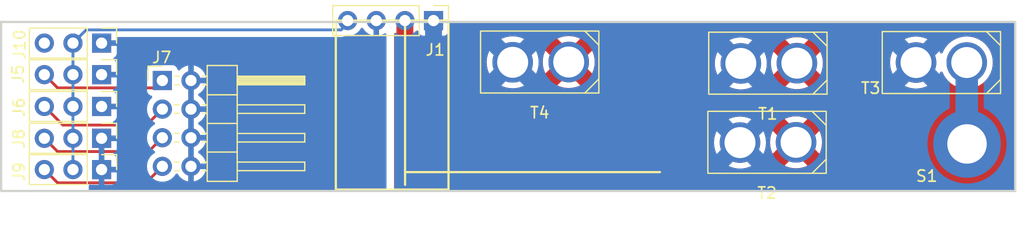
<source format=kicad_pcb>
(kicad_pcb (version 20221018) (generator pcbnew)
  (layers (0 "F.Cu" signal) (31 "B.Cu" signal) (34 "B.Paste" user) (35 "F.Paste" user) (36 "B.SilkS" user "B.Silkscreen") (37 "F.SilkS" user "F.Silkscreen") (38 "B.Mask" user) (39 "F.Mask" user) (44 "Edge.Cuts" user))
  (net 0 "")
  (net 1 "Net-(J1-Pin_1)")
  (net 2 "Net-(J1-Pin_2)")
  (net 3 "Net-(T3--)")
  (net 4 "Net-(J1-Pin_3)")
  (net 5 "Net-(J1-Pin_4)")
  (net 6 "Net-(J5-Pin_3)")
  (net 7 "Net-(J6-Pin_3)")
  (net 8 "Net-(J7-Pin_5)")
  (net 9 "Net-(J7-Pin_7)")
  (footprint "XT-Connectors:XT30" (layer "F.Cu") (at 181.775 67.68)
    (fp_text reference "T2" (at 0 -0.5 unlocked) (layer "F.SilkS"))
    (fp_text value "PWR_D2")
    (fp_line (start 4 -7.75) (end 5.25 -6.5) (stroke (width 0.12)) (layer "F.SilkS"))
    (fp_line (start 4 -2.25) (end 5.25 -3.5) (stroke (width 0.12)) (layer "F.SilkS"))
    (fp_rect (start 5.25 -2.25) (end -5.25 -7.75) (stroke (width 0.12)) (fill none) (layer "F.SilkS"))
    (pad "1" thru_hole circle (at -2.4 -4.975) (size 3.6 3.6) (drill 2.75) (layers "*.Cu" "*.Mask") (net 1 "Net-(J1-Pin_1)"))
    (pad "2" thru_hole circle (at 2.575 -5) (size 3.6 3.6) (drill 2.75) (layers "*.Cu" "*.Mask") (net 2 "Net-(J1-Pin_2)"))
  )
  (footprint "Connector_PinHeader_2.54mm:PinHeader_1x03_P2.54mm_Vertical" (layer "F.Cu") (at 122.715 59.5 -90)
    (fp_text reference "J6" (at 0.075 7.34 90) (layer "F.SilkS"))
    (fp_text value "Ch2")
    (fp_line (start -1.33 -1.33) (end 0 -1.33) (stroke (width 0.12)) (layer "F.SilkS"))
    (fp_line (start -1.33 0) (end -1.33 -1.33) (stroke (width 0.12)) (layer "F.SilkS"))
    (fp_line (start -1.33 1.27) (end -1.33 6.41) (stroke (width 0.12)) (layer "F.SilkS"))
    (fp_line (start -1.33 1.27) (end 1.33 1.27) (stroke (width 0.12)) (layer "F.SilkS"))
    (fp_line (start -1.33 6.41) (end 1.33 6.41) (stroke (width 0.12)) (layer "F.SilkS"))
    (fp_line (start 1.33 1.27) (end 1.33 6.41) (stroke (width 0.12)) (layer "F.SilkS"))
    (pad "1" thru_hole rect (at 0 0 270) (size 1.7 1.7) (drill 1) (layers "*.Cu" "*.Mask") (net 4 "Net-(J1-Pin_3)"))
    (pad "2" thru_hole oval (at 0 2.54 270) (size 1.7 1.7) (drill 1) (layers "*.Cu" "*.Mask") (net 5 "Net-(J1-Pin_4)"))
    (pad "3" thru_hole oval (at 0 5.08 270) (size 1.7 1.7) (drill 1) (layers "*.Cu" "*.Mask") (net 7 "Net-(J6-Pin_3)"))
  )
  (footprint "XT-Connectors:XT30" (layer "F.Cu") (at 197.25 60.6)
    (fp_text reference "T3" (at -6.275 -2.725 unlocked) (layer "F.SilkS"))
    (fp_text value "PWR_IN")
    (fp_line (start 4 -7.75) (end 5.25 -6.5) (stroke (width 0.12)) (layer "F.SilkS"))
    (fp_line (start 4 -2.25) (end 5.25 -3.5) (stroke (width 0.12)) (layer "F.SilkS"))
    (fp_rect (start 5.25 -2.25) (end -5.25 -7.75) (stroke (width 0.12)) (fill none) (layer "F.SilkS"))
    (pad "1" thru_hole circle (at -2.25 -5) (size 3.6 3.6) (drill 2.75) (layers "*.Cu" "*.Mask") (net 1 "Net-(J1-Pin_1)"))
    (pad "2" thru_hole circle (at 2.25 -5) (size 3.6 3.6) (drill 2.75) (layers "*.Cu" "*.Mask") (net 3 "Net-(T3--)"))
  )
  (footprint "Connector_PinHeader_2.54mm:PinHeader_1x04_P2.54mm_Vertical" (layer "F.Cu") (at 152.175 51.875 -90)
    (fp_text reference "J1" (at 2.6 -0.15 -180) (layer "F.SilkS"))
    (fp_text value "BEC")
    (fp_line (start -1.33 -1.33) (end 0 -1.33) (stroke (width 0.12)) (layer "F.SilkS"))
    (fp_line (start -1.33 0) (end -1.33 -1.33) (stroke (width 0.12)) (layer "F.SilkS"))
    (fp_line (start -1.33 1.27) (end -1.33 8.95) (stroke (width 0.12)) (layer "F.SilkS"))
    (fp_line (start -1.33 1.27) (end 1.33 1.27) (stroke (width 0.12)) (layer "F.SilkS"))
    (fp_line (start -1.33 8.95) (end 1.33 8.95) (stroke (width 0.12)) (layer "F.SilkS"))
    (fp_line (start 1.33 1.27) (end 1.33 8.95) (stroke (width 0.12)) (layer "F.SilkS"))
    (pad "1" thru_hole rect (at 0 0 270) (size 1.7 1.7) (drill 1) (layers "*.Cu" "*.Mask") (net 1 "Net-(J1-Pin_1)"))
    (pad "2" thru_hole oval (at 0 2.54 270) (size 1.7 1.7) (drill 1) (layers "*.Cu" "*.Mask") (net 2 "Net-(J1-Pin_2)"))
    (pad "3" thru_hole oval (at 0 5.08 270) (size 1.7 1.7) (drill 1) (layers "*.Cu" "*.Mask") (net 4 "Net-(J1-Pin_3)"))
    (pad "4" thru_hole oval (at 0 7.62 270) (size 1.7 1.7) (drill 1) (layers "*.Cu" "*.Mask") (net 5 "Net-(J1-Pin_4)"))
  )
  (footprint "XT-Connectors:Screw_Switch_Pad" (layer "F.Cu") (at 199.525 62.825)
    (fp_text reference "S1" (at -3.575 2.85 unlocked) (layer "F.SilkS"))
    (fp_text value "Screw_Switch")
    (pad "" np_thru_hole circle (at 0 0) (size 3.6 3.6) (drill 3.5) (layers "F&B.Cu" "*.Mask"))
    (pad "1" connect circle (at 0 0) (size 6 6) (layers "F.Cu" "F.Mask") (net 2 "Net-(J1-Pin_2)") (thermal_bridge_width 1.5) (thermal_gap 4))
    (pad "2" connect circle (at 0 0) (size 6 6) (layers "B.Cu" "B.Mask") (net 2 "Net-(J1-Pin_2)"))
  )
  (footprint "Connector_PinHeader_2.54mm:PinHeader_1x03_P2.54mm_Vertical" (layer "F.Cu") (at 122.715 65.1 -90)
    (fp_text reference "J9" (at 0.2 7.315 90) (layer "F.SilkS"))
    (fp_text value "Ch4")
    (fp_line (start -1.33 -1.33) (end 0 -1.33) (stroke (width 0.12)) (layer "F.SilkS"))
    (fp_line (start -1.33 0) (end -1.33 -1.33) (stroke (width 0.12)) (layer "F.SilkS"))
    (fp_line (start -1.33 1.27) (end -1.33 6.41) (stroke (width 0.12)) (layer "F.SilkS"))
    (fp_line (start -1.33 1.27) (end 1.33 1.27) (stroke (width 0.12)) (layer "F.SilkS"))
    (fp_line (start -1.33 6.41) (end 1.33 6.41) (stroke (width 0.12)) (layer "F.SilkS"))
    (fp_line (start 1.33 1.27) (end 1.33 6.41) (stroke (width 0.12)) (layer "F.SilkS"))
    (pad "1" thru_hole rect (at 0 0 270) (size 1.7 1.7) (drill 1) (layers "*.Cu" "*.Mask") (net 4 "Net-(J1-Pin_3)"))
    (pad "2" thru_hole oval (at 0 2.54 270) (size 1.7 1.7) (drill 1) (layers "*.Cu" "*.Mask") (net 5 "Net-(J1-Pin_4)"))
    (pad "3" thru_hole oval (at 0 5.08 270) (size 1.7 1.7) (drill 1) (layers "*.Cu" "*.Mask") (net 9 "Net-(J7-Pin_7)"))
  )
  (footprint "Connector_PinHeader_2.54mm:PinHeader_2x04_P2.54mm_Horizontal" (layer "F.Cu") (at 128.11 57.195)
    (fp_text reference "J7" (at -0.06 -2.045) (layer "F.SilkS"))
    (fp_text value "S_Out")
    (fp_line (start -1.27 -1.27) (end 0 -1.27) (stroke (width 0.12)) (layer "F.SilkS"))
    (fp_line (start -1.27 0) (end -1.27 -1.27) (stroke (width 0.12)) (layer "F.SilkS"))
    (fp_line (start 1.042929 2.16) (end 1.497071 2.16) (stroke (width 0.12)) (layer "F.SilkS"))
    (fp_line (start 1.042929 2.92) (end 1.497071 2.92) (stroke (width 0.12)) (layer "F.SilkS"))
    (fp_line (start 1.042929 4.7) (end 1.497071 4.7) (stroke (width 0.12)) (layer "F.SilkS"))
    (fp_line (start 1.042929 5.46) (end 1.497071 5.46) (stroke (width 0.12)) (layer "F.SilkS"))
    (fp_line (start 1.042929 7.24) (end 1.497071 7.24) (stroke (width 0.12)) (layer "F.SilkS"))
    (fp_line (start 1.042929 8) (end 1.497071 8) (stroke (width 0.12)) (layer "F.SilkS"))
    (fp_line (start 1.11 -0.38) (end 1.497071 -0.38) (stroke (width 0.12)) (layer "F.SilkS"))
    (fp_line (start 1.11 0.38) (end 1.497071 0.38) (stroke (width 0.12)) (layer "F.SilkS"))
    (fp_line (start 3.582929 -0.38) (end 3.98 -0.38) (stroke (width 0.12)) (layer "F.SilkS"))
    (fp_line (start 3.582929 0.38) (end 3.98 0.38) (stroke (width 0.12)) (layer "F.SilkS"))
    (fp_line (start 3.582929 2.16) (end 3.98 2.16) (stroke (width 0.12)) (layer "F.SilkS"))
    (fp_line (start 3.582929 2.92) (end 3.98 2.92) (stroke (width 0.12)) (layer "F.SilkS"))
    (fp_line (start 3.582929 4.7) (end 3.98 4.7) (stroke (width 0.12)) (layer "F.SilkS"))
    (fp_line (start 3.582929 5.46) (end 3.98 5.46) (stroke (width 0.12)) (layer "F.SilkS"))
    (fp_line (start 3.582929 7.24) (end 3.98 7.24) (stroke (width 0.12)) (layer "F.SilkS"))
    (fp_line (start 3.582929 8) (end 3.98 8) (stroke (width 0.12)) (layer "F.SilkS"))
    (fp_line (start 3.98 -1.33) (end 3.98 8.95) (stroke (width 0.12)) (layer "F.SilkS"))
    (fp_line (start 3.98 1.27) (end 6.64 1.27) (stroke (width 0.12)) (layer "F.SilkS"))
    (fp_line (start 3.98 3.81) (end 6.64 3.81) (stroke (width 0.12)) (layer "F.SilkS"))
    (fp_line (start 3.98 6.35) (end 6.64 6.35) (stroke (width 0.12)) (layer "F.SilkS"))
    (fp_line (start 3.98 8.95) (end 6.64 8.95) (stroke (width 0.12)) (layer "F.SilkS"))
    (fp_line (start 6.64 -1.33) (end 3.98 -1.33) (stroke (width 0.12)) (layer "F.SilkS"))
    (fp_line (start 6.64 -0.38) (end 12.64 -0.38) (stroke (width 0.12)) (layer "F.SilkS"))
    (fp_line (start 6.64 -0.32) (end 12.64 -0.32) (stroke (width 0.12)) (layer "F.SilkS"))
    (fp_line (start 6.64 -0.2) (end 12.64 -0.2) (stroke (width 0.12)) (layer "F.SilkS"))
    (fp_line (start 6.64 -0.08) (end 12.64 -0.08) (stroke (width 0.12)) (layer "F.SilkS"))
    (fp_line (start 6.64 0.04) (end 12.64 0.04) (stroke (width 0.12)) (layer "F.SilkS"))
    (fp_line (start 6.64 0.16) (end 12.64 0.16) (stroke (width 0.12)) (layer "F.SilkS"))
    (fp_line (start 6.64 0.28) (end 12.64 0.28) (stroke (width 0.12)) (layer "F.SilkS"))
    (fp_line (start 6.64 2.16) (end 12.64 2.16) (stroke (width 0.12)) (layer "F.SilkS"))
    (fp_line (start 6.64 4.7) (end 12.64 4.7) (stroke (width 0.12)) (layer "F.SilkS"))
    (fp_line (start 6.64 7.24) (end 12.64 7.24) (stroke (width 0.12)) (layer "F.SilkS"))
    (fp_line (start 6.64 8.95) (end 6.64 -1.33) (stroke (width 0.12)) (layer "F.SilkS"))
    (fp_line (start 12.64 -0.38) (end 12.64 0.38) (stroke (width 0.12)) (layer "F.SilkS"))
    (fp_line (start 12.64 0.38) (end 6.64 0.38) (stroke (width 0.12)) (layer "F.SilkS"))
    (fp_line (start 12.64 2.16) (end 12.64 2.92) (stroke (width 0.12)) (layer "F.SilkS"))
    (fp_line (start 12.64 2.92) (end 6.64 2.92) (stroke (width 0.12)) (layer "F.SilkS"))
    (fp_line (start 12.64 4.7) (end 12.64 5.46) (stroke (width 0.12)) (layer "F.SilkS"))
    (fp_line (start 12.64 5.46) (end 6.64 5.46) (stroke (width 0.12)) (layer "F.SilkS"))
    (fp_line (start 12.64 7.24) (end 12.64 8) (stroke (width 0.12)) (layer "F.SilkS"))
    (fp_line (start 12.64 8) (end 6.64 8) (stroke (width 0.12)) (layer "F.SilkS"))
    (pad "1" thru_hole rect (at 0 0) (size 1.7 1.7) (drill 1) (layers "*.Cu" "*.Mask") (net 6 "Net-(J5-Pin_3)"))
    (pad "2" thru_hole oval (at 2.54 0) (size 1.7 1.7) (drill 1) (layers "*.Cu" "*.Mask") (net 4 "Net-(J1-Pin_3)"))
    (pad "3" thru_hole oval (at 0 2.54) (size 1.7 1.7) (drill 1) (layers "*.Cu" "*.Mask") (net 7 "Net-(J6-Pin_3)"))
    (pad "4" thru_hole oval (at 2.54 2.54) (size 1.7 1.7) (drill 1) (layers "*.Cu" "*.Mask") (net 4 "Net-(J1-Pin_3)"))
    (pad "5" thru_hole oval (at 0 5.08) (size 1.7 1.7) (drill 1) (layers "*.Cu" "*.Mask") (net 8 "Net-(J7-Pin_5)"))
    (pad "6" thru_hole oval (at 2.54 5.08) (size 1.7 1.7) (drill 1) (layers "*.Cu" "*.Mask") (net 4 "Net-(J1-Pin_3)"))
    (pad "7" thru_hole oval (at 0 7.62) (size 1.7 1.7) (drill 1) (layers "*.Cu" "*.Mask") (net 9 "Net-(J7-Pin_7)"))
    (pad "8" thru_hole oval (at 2.54 7.62) (size 1.7 1.7) (drill 1) (layers "*.Cu" "*.Mask") (net 4 "Net-(J1-Pin_3)"))
  )
  (footprint "XT-Connectors:XT30" (layer "F.Cu") (at 181.85 60.655)
    (fp_text reference "T1" (at 0 -0.5 unlocked) (layer "F.SilkS"))
    (fp_text value "PWR_D1")
    (fp_line (start 4 -7.75) (end 5.25 -6.5) (stroke (width 0.12)) (layer "F.SilkS"))
    (fp_line (start 4 -2.25) (end 5.25 -3.5) (stroke (width 0.12)) (layer "F.SilkS"))
    (fp_rect (start 5.25 -2.25) (end -5.25 -7.75) (stroke (width 0.12)) (fill none) (layer "F.SilkS"))
    (pad "1" thru_hole circle (at -2.4 -4.975) (size 3.6 3.6) (drill 2.75) (layers "*.Cu" "*.Mask") (net 1 "Net-(J1-Pin_1)"))
    (pad "2" thru_hole circle (at 2.575 -5) (size 3.6 3.6) (drill 2.75) (layers "*.Cu" "*.Mask") (net 2 "Net-(J1-Pin_2)"))
  )
  (footprint "Connector_PinHeader_2.54mm:PinHeader_1x03_P2.54mm_Vertical" (layer "F.Cu") (at 122.715 53.875 -90)
    (fp_text reference "J10" (at 0.125 7.265 90) (layer "F.SilkS"))
    (fp_text value "Batt")
    (fp_line (start -1.33 -1.33) (end 0 -1.33) (stroke (width 0.12)) (layer "F.SilkS"))
    (fp_line (start -1.33 0) (end -1.33 -1.33) (stroke (width 0.12)) (layer "F.SilkS"))
    (fp_line (start -1.33 1.27) (end -1.33 6.41) (stroke (width 0.12)) (layer "F.SilkS"))
    (fp_line (start -1.33 1.27) (end 1.33 1.27) (stroke (width 0.12)) (layer "F.SilkS"))
    (fp_line (start -1.33 6.41) (end 1.33 6.41) (stroke (width 0.12)) (layer "F.SilkS"))
    (fp_line (start 1.33 1.27) (end 1.33 6.41) (stroke (width 0.12)) (layer "F.SilkS"))
    (pad "1" thru_hole rect (at 0 0 270) (size 1.7 1.7) (drill 1) (layers "*.Cu" "*.Mask") (net 4 "Net-(J1-Pin_3)"))
    (pad "2" thru_hole oval (at 0 2.54 270) (size 1.7 1.7) (drill 1) (layers "*.Cu" "*.Mask") (net 5 "Net-(J1-Pin_4)"))
    (pad "3" thru_hole oval (at 0 5.08 270) (size 1.7 1.7) (drill 1) (layers "*.Cu" "*.Mask"))
  )
  (footprint "XT-Connectors:XT30" (layer "F.Cu") (at 161.6 60.555)
    (fp_text reference "T4" (at 0 -0.5 unlocked) (layer "F.SilkS"))
    (fp_text value "PWR_W")
    (fp_line (start 4 -7.75) (end 5.25 -6.5) (stroke (width 0.12)) (layer "F.SilkS"))
    (fp_line (start 4 -2.25) (end 5.25 -3.5) (stroke (width 0.12)) (layer "F.SilkS"))
    (fp_rect (start 5.25 -2.25) (end -5.25 -7.75) (stroke (width 0.12)) (fill none) (layer "F.SilkS"))
    (pad "1" thru_hole circle (at -2.4 -4.975) (size 3.6 3.6) (drill 2.75) (layers "*.Cu" "*.Mask") (net 1 "Net-(J1-Pin_1)"))
    (pad "2" thru_hole circle (at 2.575 -5) (size 3.6 3.6) (drill 2.75) (layers "*.Cu" "*.Mask") (net 2 "Net-(J1-Pin_2)"))
  )
  (footprint "Connector_PinHeader_2.54mm:PinHeader_1x03_P2.54mm_Vertical" (layer "F.Cu") (at 122.715 62.325 -90)
    (fp_text reference "J8" (at 0.025 7.34 90) (layer "F.SilkS"))
    (fp_text value "Ch3")
    (fp_line (start -1.33 -1.33) (end 0 -1.33) (stroke (width 0.12)) (layer "F.SilkS"))
    (fp_line (start -1.33 0) (end -1.33 -1.33) (stroke (width 0.12)) (layer "F.SilkS"))
    (fp_line (start -1.33 1.27) (end -1.33 6.41) (stroke (width 0.12)) (layer "F.SilkS"))
    (fp_line (start -1.33 1.27) (end 1.33 1.27) (stroke (width 0.12)) (layer "F.SilkS"))
    (fp_line (start -1.33 6.41) (end 1.33 6.41) (stroke (width 0.12)) (layer "F.SilkS"))
    (fp_line (start 1.33 1.27) (end 1.33 6.41) (stroke (width 0.12)) (layer "F.SilkS"))
    (pad "1" thru_hole rect (at 0 0 270) (size 1.7 1.7) (drill 1) (layers "*.Cu" "*.Mask") (net 4 "Net-(J1-Pin_3)"))
    (pad "2" thru_hole oval (at 0 2.54 270) (size 1.7 1.7) (drill 1) (layers "*.Cu" "*.Mask") (net 5 "Net-(J1-Pin_4)"))
    (pad "3" thru_hole oval (at 0 5.08 270) (size 1.7 1.7) (drill 1) (layers "*.Cu" "*.Mask") (net 8 "Net-(J7-Pin_5)"))
  )
  (footprint "Connector_PinHeader_2.54mm:PinHeader_1x03_P2.54mm_Vertical" (layer "F.Cu") (at 122.715 56.675 -90)
    (fp_text reference "J5" (at -0.05 7.415 90) (layer "F.SilkS"))
    (fp_text value "Ch1")
    (fp_line (start -1.33 -1.33) (end 0 -1.33) (stroke (width 0.12)) (layer "F.SilkS"))
    (fp_line (start -1.33 0) (end -1.33 -1.33) (stroke (width 0.12)) (layer "F.SilkS"))
    (fp_line (start -1.33 1.27) (end -1.33 6.41) (stroke (width 0.12)) (layer "F.SilkS"))
    (fp_line (start -1.33 1.27) (end 1.33 1.27) (stroke (width 0.12)) (layer "F.SilkS"))
    (fp_line (start -1.33 6.41) (end 1.33 6.41) (stroke (width 0.12)) (layer "F.SilkS"))
    (fp_line (start 1.33 1.27) (end 1.33 6.41) (stroke (width 0.12)) (layer "F.SilkS"))
    (pad "1" thru_hole rect (at 0 0 270) (size 1.7 1.7) (drill 1) (layers "*.Cu" "*.Mask") (net 4 "Net-(J1-Pin_3)"))
    (pad "2" thru_hole oval (at 0 2.54 270) (size 1.7 1.7) (drill 1) (layers "*.Cu" "*.Mask") (net 5 "Net-(J1-Pin_4)"))
    (pad "3" thru_hole oval (at 0 5.08 270) (size 1.7 1.7) (drill 1) (layers "*.Cu" "*.Mask") (net 6 "Net-(J5-Pin_3)"))
  )
  (gr_rect (start 143.505 66.875) (end 153.505 51.875) (stroke (width 0.2)) (fill none) (layer "F.SilkS"))
  (gr_line (start 149.65 66.45) (end 149.65 52.35) (stroke (width 0.2)) (layer "F.SilkS"))
  (gr_line (start 149.775 65.325) (end 172.275 65.325) (stroke (width 0.2)) (layer "F.SilkS"))
  (gr_rect (start 113.8 52) (end 203.8 67) (stroke (width 0.2)) (fill none) (layer "Edge.Cuts"))
  (segment (start 199.5 60.675) (end 199.525 60.7) (width 0.25) (layer "F.Cu") (net 2))
  (segment (start 199.5 55.6) (end 199.5 62.8) (width 2) (layer "B.Cu") (net 3))
  (segment (start 199.5 55.6) (end 199.525 55.625) (width 2) (layer "B.Cu") (net 3))
  (segment (start 199.5 62.8) (end 199.525 62.825) (width 2) (layer "B.Cu") (net 3))
  (segment (start 120.175 53.875) (end 121.35 52.7) (width 0.25) (layer "B.Cu") (net 5))
  (segment (start 143.98 52.7) (end 144.555 52.125) (width 0.25) (layer "B.Cu") (net 5))
  (segment (start 121.35 52.7) (end 143.98 52.7) (width 0.25) (layer "B.Cu") (net 5))
  (segment (start 120.175 65.1) (end 120.175 53.875) (width 0.25) (layer "B.Cu") (net 5))
  (segment (start 118.81 57.85) (end 127.455 57.85) (width 0.25) (layer "F.Cu") (net 6))
  (segment (start 127.455 57.85) (end 128.11 57.195) (width 0.25) (layer "F.Cu") (net 6))
  (segment (start 117.635 56.675) (end 118.81 57.85) (width 0.25) (layer "F.Cu") (net 6))
  (segment (start 126.695 61.15) (end 128.11 59.735) (width 0.25) (layer "F.Cu") (net 7))
  (segment (start 117.635 59.5) (end 119.285 61.15) (width 0.25) (layer "F.Cu") (net 7))
  (segment (start 119.285 61.15) (end 126.695 61.15) (width 0.25) (layer "F.Cu") (net 7))
  (segment (start 117.635 62.325) (end 118.81 63.5) (width 0.25) (layer "F.Cu") (net 8))
  (segment (start 126.885 63.5) (end 128.11 62.275) (width 0.25) (layer "F.Cu") (net 8))
  (segment (start 118.81 63.5) (end 126.885 63.5) (width 0.25) (layer "F.Cu") (net 8))
  (segment (start 126.65 66.275) (end 128.11 64.815) (width 0.25) (layer "F.Cu") (net 9))
  (segment (start 118.81 66.275) (end 126.65 66.275) (width 0.25) (layer "F.Cu") (net 9))
  (segment (start 117.635 65.1) (end 118.81 66.275) (width 0.25) (layer "F.Cu") (net 9))
  (zone (net 2) (net_name "Net-(J1-Pin_2)") (layer "F.Cu") (priority 2) (connect_pads (clearance 0.508)) (min_thickness 0.25) (fill yes (thermal_gap 0.5) (thermal_bridge_width 1.5))
    (polygon (pts (xy 148.675 51.975) (xy 148.675 66.875) (xy 203.825 67) (xy 203.8 52)))
  )
  (zone (net 1) (net_name "Net-(J1-Pin_1)") (layer "B.Cu") (priority 1) (connect_pads (clearance 0.508)) (min_thickness 0.25) (fill yes (thermal_gap 0.5) (thermal_bridge_width 1.5))
    (polygon (pts (xy 148.7 51.975) (xy 148.7 66.925) (xy 203.825 66.95) (xy 203.75 51.95)))
  )
  (zone (net 4) (net_name "Net-(J1-Pin_3)") (layer "B.Cu") (connect_pads (clearance 0.508)) (min_thickness 0.25) (fill yes (thermal_gap 0.5) (thermal_bridge_width 0.5))
    (polygon (pts (xy 148 51.95) (xy 148 67) (xy 121.575 67.025) (xy 121.6 52)))
  )
)
</source>
